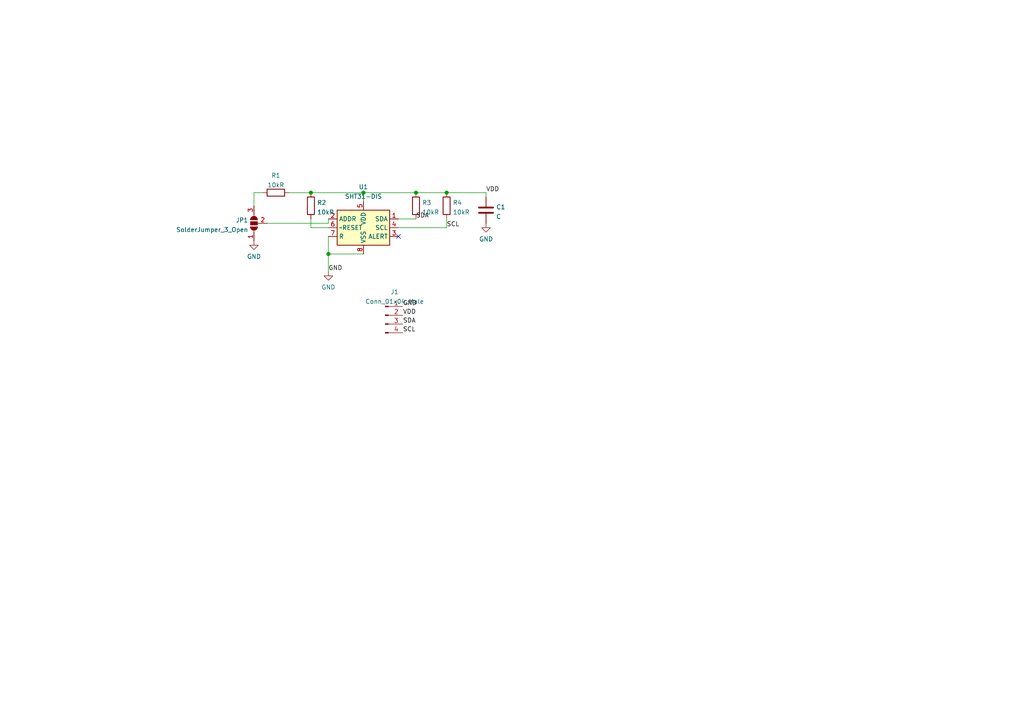
<source format=kicad_sch>
(kicad_sch (version 20210621) (generator eeschema)
  (paper "A4")
  (lib_symbols
    (symbol "Connector:Conn_01x04_Male" (pin_names (offset 1.016) hide)
      (property "Reference" "J" (at 0 5.08 0))
      (property "Value" "Conn_01x04_Male" (at 0 -7.62 0))
      (symbol "Conn_01x04_Male_1_1"
        (rectangle (start 0.8636 -4.953) (end 0 -5.207) (stroke (width 0.1524)) (fill (type outline)))
        (rectangle (start 0.8636 -2.413) (end 0 -2.667) (stroke (width 0.1524)) (fill (type outline)))
        (rectangle (start 0.8636 0.127) (end 0 -0.127) (stroke (width 0.1524)) (fill (type outline)))
        (rectangle (start 0.8636 2.667) (end 0 2.413) (stroke (width 0.1524)) (fill (type outline)))
        (polyline (pts (xy 1.27 -5.08) (xy 0.8636 -5.08)) (stroke (width 0.1524)))
        (polyline (pts (xy 1.27 -2.54) (xy 0.8636 -2.54)) (stroke (width 0.1524)))
        (polyline (pts (xy 1.27 0) (xy 0.8636 0)) (stroke (width 0.1524)))
        (polyline (pts (xy 1.27 2.54) (xy 0.8636 2.54)) (stroke (width 0.1524)))
        (pin passive line (at 5.08 2.54 180) (length 3.81) (name "Pin_1") (number "1"))
        (pin passive line (at 5.08 0 180) (length 3.81) (name "Pin_2") (number "2"))
        (pin passive line (at 5.08 -2.54 180) (length 3.81) (name "Pin_3") (number "3"))
        (pin passive line (at 5.08 -5.08 180) (length 3.81) (name "Pin_4") (number "4"))
      )
    )
    (symbol "Device:C" (pin_numbers hide) (pin_names (offset 0.254))
      (property "Reference" "C" (at 0.635 2.54 0))
      (property "Value" "C" (at 0.635 -2.54 0))
      (symbol "C_0_1"
        (polyline (pts (xy -2.032 -0.762) (xy 2.032 -0.762)) (stroke (width 0.508)))
        (polyline (pts (xy -2.032 0.762) (xy 2.032 0.762)) (stroke (width 0.508)))
      )
      (symbol "C_1_1"
        (pin passive line (at 0 3.81 270) (length 2.794) (name "~") (number "1"))
        (pin passive line (at 0 -3.81 90) (length 2.794) (name "~") (number "2"))
      )
    )
    (symbol "Device:R" (pin_numbers hide) (pin_names (offset 0))
      (property "Reference" "R" (at 2.032 0 90))
      (property "Value" "R" (at 0 0 90))
      (symbol "R_0_1"
        (rectangle (start -1.016 -2.54) (end 1.016 2.54) (stroke (width 0.254)))
      )
      (symbol "R_1_1"
        (pin passive line (at 0 3.81 270) (length 1.27) (name "~") (number "1"))
        (pin passive line (at 0 -3.81 90) (length 1.27) (name "~") (number "2"))
      )
    )
    (symbol "Jumper:SolderJumper_3_Open" (pin_names (offset 0) hide)
      (property "Reference" "JP" (at -2.54 -2.54 0))
      (property "Value" "SolderJumper_3_Open" (at 0 2.794 0))
      (symbol "SolderJumper_3_Open_0_1"
        (arc (start -1.016 1.016) (end -1.016 -1.016) (radius (at -1.016 0) (length 1.016) (angles 90.1 -90.1)))
        (arc (start 1.016 -1.016) (end 1.016 1.016) (radius (at 1.016 0) (length 1.016) (angles -89.9 89.9)))
        (arc (start -1.016 1.016) (end -1.016 -1.016) (radius (at -1.016 0) (length 1.016) (angles 90.1 -90.1)) (fill (type outline)))
        (arc (start 1.016 -1.016) (end 1.016 1.016) (radius (at 1.016 0) (length 1.016) (angles -89.9 89.9)) (fill (type outline)))
        (rectangle (start -0.508 1.016) (end 0.508 -1.016) (fill (type outline)))
        (polyline (pts (xy -2.54 0) (xy -2.032 0)))
        (polyline (pts (xy -1.016 1.016) (xy -1.016 -1.016)))
        (polyline (pts (xy 0 -1.27) (xy 0 -1.016)))
        (polyline (pts (xy 1.016 1.016) (xy 1.016 -1.016)))
        (polyline (pts (xy 2.54 0) (xy 2.032 0)))
      )
      (symbol "SolderJumper_3_Open_1_1"
        (pin passive line (at -5.08 0 0) (length 2.54) (name "A") (number "1"))
        (pin input line (at 0 -3.81 90) (length 2.54) (name "C") (number "2"))
        (pin passive line (at 5.08 0 180) (length 2.54) (name "B") (number "3"))
      )
    )
    (symbol "Sensor_Humidity:SHT31-DIS"
      (property "Reference" "U" (at -6.35 6.35 0))
      (property "Value" "SHT31-DIS" (at 6.35 6.35 0))
      (symbol "SHT31-DIS_0_1"
        (rectangle (start -7.62 5.08) (end 7.62 -5.08) (stroke (width 0.254)) (fill (type background)))
      )
      (symbol "SHT31-DIS_1_1"
        (pin bidirectional line (at 10.16 2.54 180) (length 2.54) (name "SDA") (number "1"))
        (pin input line (at -10.16 2.54 0) (length 2.54) (name "ADDR") (number "2"))
        (pin output line (at 10.16 -2.54 180) (length 2.54) (name "ALERT") (number "3"))
        (pin input line (at 10.16 0 180) (length 2.54) (name "SCL") (number "4"))
        (pin power_in line (at 0 7.62 270) (length 2.54) (name "VDD") (number "5"))
        (pin input line (at -10.16 0 0) (length 2.54) (name "~RESET") (number "6"))
        (pin passive line (at -10.16 -2.54 0) (length 2.54) (name "R") (number "7"))
        (pin power_in line (at 0 -7.62 90) (length 2.54) (name "VSS") (number "8"))
        (pin passive line (at 0 -7.62 90) (length 2.54) hide (name "VSS") (number "9"))
      )
    )
    (symbol "power:GND" (power) (pin_names (offset 0))
      (property "Value" "GND" (at 0 -3.81 0))
      (symbol "GND_0_1"
        (polyline (pts (xy 0 0) (xy 0 -1.27) (xy 1.27 -1.27) (xy 0 -2.54) (xy -1.27 -1.27) (xy 0 -1.27)))
      )
      (symbol "GND_1_1"
        (pin power_in line (at 0 0 270) (length 0) hide (name "GND") (number "1"))
      )
    )
  )
  (junction (at 90.17 55.88) (diameter 1.016))
  (junction (at 95.25 73.66) (diameter 1.016))
  (junction (at 105.41 55.88) (diameter 1.016))
  (junction (at 120.65 55.88) (diameter 1.016))
  (junction (at 129.54 55.88) (diameter 1.016))
  (no_connect (at 115.57 68.58))
  (wire (pts (xy 73.66 55.88) (xy 73.66 59.69)))
  (wire (pts (xy 76.2 55.88) (xy 73.66 55.88)))
  (wire (pts (xy 77.47 64.77) (xy 95.25 64.77)))
  (wire (pts (xy 83.82 55.88) (xy 90.17 55.88)))
  (wire (pts (xy 90.17 55.88) (xy 105.41 55.88)))
  (wire (pts (xy 90.17 63.5) (xy 90.17 66.04)))
  (wire (pts (xy 90.17 66.04) (xy 95.25 66.04)))
  (wire (pts (xy 95.25 63.5) (xy 95.25 64.77)))
  (wire (pts (xy 95.25 68.58) (xy 95.25 73.66)))
  (wire (pts (xy 95.25 73.66) (xy 95.25 78.74)))
  (wire (pts (xy 95.25 73.66) (xy 105.41 73.66)))
  (wire (pts (xy 105.41 55.88) (xy 120.65 55.88)))
  (wire (pts (xy 105.41 58.42) (xy 105.41 55.88)))
  (wire (pts (xy 115.57 63.5) (xy 120.65 63.5)))
  (wire (pts (xy 115.57 66.04) (xy 129.54 66.04)))
  (wire (pts (xy 120.65 55.88) (xy 129.54 55.88)))
  (wire (pts (xy 129.54 55.88) (xy 140.97 55.88)))
  (wire (pts (xy 129.54 66.04) (xy 129.54 63.5)))
  (wire (pts (xy 140.97 55.88) (xy 140.97 57.15)))
  (label "GND" (at 95.25 78.74 0))
  (label "GND" (at 116.84 88.9 0))
  (label "VDD" (at 116.84 91.44 0))
  (label "SDA" (at 116.84 93.98 0))
  (label "SCL" (at 116.84 96.52 0))
  (label "SDA" (at 120.65 63.5 0))
  (label "SCL" (at 129.54 66.04 0))
  (label "VDD" (at 140.97 55.88 0))
  (symbol (lib_id "power:GND") (at 73.66 69.85 0) (unit 1)
    (property "Reference" "#PWR01" (effects hide))
    (property "Value" "GND" (at 73.66 74.4126 0))
  )
  (symbol (lib_id "power:GND") (at 95.25 78.74 0) (unit 1)
    (property "Reference" "#PWR02" (effects hide))
    (property "Value" "GND" (at 95.25 83.3026 0))
  )
  (symbol (lib_id "power:GND") (at 140.97 64.77 0) (unit 1)
    (property "Reference" "#PWR03" (effects hide))
    (property "Value" "GND" (at 140.97 69.3326 0))
  )
  (symbol (lib_id "Device:R") (at 80.01 55.88 90) (unit 1)
    (property "Reference" "R1" (at 80.01 50.8974 90))
    (property "Value" "10kR" (at 80.01 53.6725 90))
    (property "Footprint" "Resistor_SMD:R_0603_1608Metric_Pad0.98x0.95mm_HandSolder" (effects hide))
  )
  (symbol (lib_id "Device:R") (at 90.17 59.69 0) (unit 1)
    (property "Reference" "R2" (at 91.9481 58.7815 0) (effects (justify left)))
    (property "Value" "10kR" (at 91.9481 61.5566 0) (effects (justify left)))
    (property "Footprint" "Resistor_SMD:R_0603_1608Metric_Pad0.98x0.95mm_HandSolder" (effects hide))
  )
  (symbol (lib_id "Device:R") (at 120.65 59.69 0) (unit 1)
    (property "Reference" "R3" (at 122.4281 58.7815 0) (effects (justify left)))
    (property "Value" "10kR" (at 122.4281 61.5566 0) (effects (justify left)))
    (property "Footprint" "Resistor_SMD:R_0603_1608Metric_Pad0.98x0.95mm_HandSolder" (effects hide))
  )
  (symbol (lib_id "Device:R") (at 129.54 59.69 0) (unit 1)
    (property "Reference" "R4" (at 131.3181 58.7815 0) (effects (justify left)))
    (property "Value" "10kR" (at 131.3181 61.5566 0) (effects (justify left)))
    (property "Footprint" "Resistor_SMD:R_0603_1608Metric_Pad0.98x0.95mm_HandSolder" (effects hide))
  )
  (symbol (lib_id "Device:C") (at 140.97 60.96 0) (unit 1)
    (property "Reference" "C1" (at 143.8911 60.0515 0) (effects (justify left)))
    (property "Value" "C" (at 143.8911 62.8266 0) (effects (justify left)))
    (property "Footprint" "Capacitor_SMD:C_0603_1608Metric_Pad1.08x0.95mm_HandSolder" (effects hide))
  )
  (symbol (lib_id "Connector:Conn_01x04_Male") (at 111.76 91.44 0) (unit 1)
    (property "Reference" "J1" (at 114.4524 84.6794 0))
    (property "Value" "Conn_01x04_Male" (at 114.4524 87.4545 0))
    (property "Footprint" "Connector_PinHeader_2.00mm:PinHeader_1x04_P2.00mm_Vertical" (effects hide))
  )
  (symbol (lib_id "Jumper:SolderJumper_3_Open") (at 73.66 64.77 90) (unit 1)
    (property "Reference" "JP1" (at 72.009 63.8615 90) (effects (justify left)))
    (property "Value" "SolderJumper_3_Open" (at 72.009 66.6366 90) (effects (justify left)))
    (property "Footprint" "Jumper:SolderJumper-3_P1.3mm_Open_RoundedPad1.0x1.5mm" (effects hide))
  )
  (symbol (lib_id "Sensor_Humidity:SHT31-DIS") (at 105.41 66.04 0) (unit 1)
    (property "Reference" "U1" (at 105.41 54.1994 0))
    (property "Value" "SHT31-DIS" (at 105.41 56.9745 0))
    (property "Footprint" "foodprints:Sensirion_DFN-8-1EP_2.5x2.5mm_P0.5mm_EP1.1x1.7mm_wider_pads" (effects hide))
    (property "Datasheet" "https://www.sensirion.com/fileadmin/user_upload/customers/sensirion/Dokumente/2_Humidity_Sensors/Datasheets/Sensirion_Humidity_Sensors_SHT3x_Datasheet_digital.pdf" (effects hide))
  )
)
</source>
